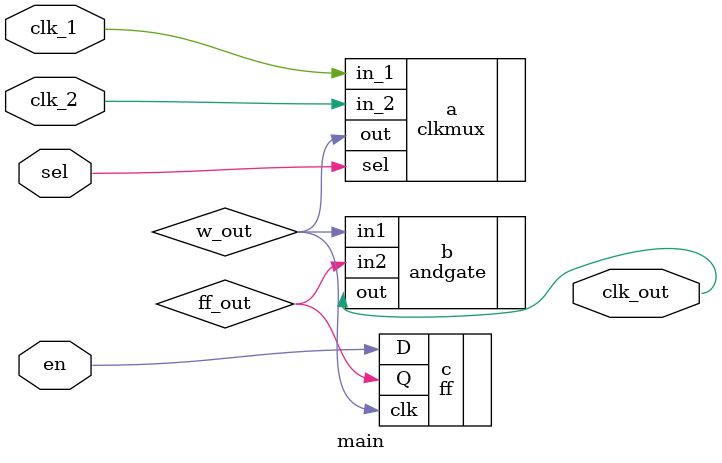
<source format=v>
`timescale 1ns / 1ps


module main(
    input clk_1,
    input clk_2,
    input sel,
    input en,
    output clk_out
    );
    
    wire w_out, ff_out;
    
    clkmux a(
        .in_1(clk_1),
        .in_2(clk_2),
        .sel(sel),
        .out(w_out)
    );
    
    ff c(
        .D(en),
        .clk(w_out),
        .Q(ff_out)
    );
    
    andgate b(
        .in1(w_out),
        .in2(ff_out),
        .out(clk_out)
    );
endmodule

</source>
